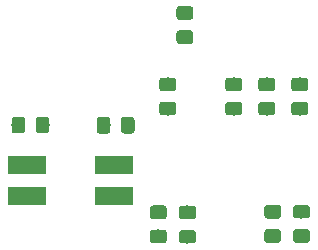
<source format=gbr>
G04 #@! TF.GenerationSoftware,KiCad,Pcbnew,5.1.2-f72e74a~84~ubuntu18.04.1*
G04 #@! TF.CreationDate,2019-07-06T11:59:09+02:00*
G04 #@! TF.ProjectId,loponode,6c6f706f-6e6f-4646-952e-6b696361645f,rev?*
G04 #@! TF.SameCoordinates,Original*
G04 #@! TF.FileFunction,Paste,Bot*
G04 #@! TF.FilePolarity,Positive*
%FSLAX46Y46*%
G04 Gerber Fmt 4.6, Leading zero omitted, Abs format (unit mm)*
G04 Created by KiCad (PCBNEW 5.1.2-f72e74a~84~ubuntu18.04.1) date 2019-07-06 11:59:09*
%MOMM*%
%LPD*%
G04 APERTURE LIST*
%ADD10R,3.300000X1.540000*%
%ADD11C,0.100000*%
%ADD12C,1.150000*%
G04 APERTURE END LIST*
D10*
X130979400Y-139165800D03*
X123579400Y-139165800D03*
X123579400Y-136525800D03*
X130979400Y-136525800D03*
D11*
G36*
X135958105Y-129109604D02*
G01*
X135982373Y-129113204D01*
X136006172Y-129119165D01*
X136029271Y-129127430D01*
X136051450Y-129137920D01*
X136072493Y-129150532D01*
X136092199Y-129165147D01*
X136110377Y-129181623D01*
X136126853Y-129199801D01*
X136141468Y-129219507D01*
X136154080Y-129240550D01*
X136164570Y-129262729D01*
X136172835Y-129285828D01*
X136178796Y-129309627D01*
X136182396Y-129333895D01*
X136183600Y-129358399D01*
X136183600Y-130008401D01*
X136182396Y-130032905D01*
X136178796Y-130057173D01*
X136172835Y-130080972D01*
X136164570Y-130104071D01*
X136154080Y-130126250D01*
X136141468Y-130147293D01*
X136126853Y-130166999D01*
X136110377Y-130185177D01*
X136092199Y-130201653D01*
X136072493Y-130216268D01*
X136051450Y-130228880D01*
X136029271Y-130239370D01*
X136006172Y-130247635D01*
X135982373Y-130253596D01*
X135958105Y-130257196D01*
X135933601Y-130258400D01*
X135033599Y-130258400D01*
X135009095Y-130257196D01*
X134984827Y-130253596D01*
X134961028Y-130247635D01*
X134937929Y-130239370D01*
X134915750Y-130228880D01*
X134894707Y-130216268D01*
X134875001Y-130201653D01*
X134856823Y-130185177D01*
X134840347Y-130166999D01*
X134825732Y-130147293D01*
X134813120Y-130126250D01*
X134802630Y-130104071D01*
X134794365Y-130080972D01*
X134788404Y-130057173D01*
X134784804Y-130032905D01*
X134783600Y-130008401D01*
X134783600Y-129358399D01*
X134784804Y-129333895D01*
X134788404Y-129309627D01*
X134794365Y-129285828D01*
X134802630Y-129262729D01*
X134813120Y-129240550D01*
X134825732Y-129219507D01*
X134840347Y-129199801D01*
X134856823Y-129181623D01*
X134875001Y-129165147D01*
X134894707Y-129150532D01*
X134915750Y-129137920D01*
X134937929Y-129127430D01*
X134961028Y-129119165D01*
X134984827Y-129113204D01*
X135009095Y-129109604D01*
X135033599Y-129108400D01*
X135933601Y-129108400D01*
X135958105Y-129109604D01*
X135958105Y-129109604D01*
G37*
D12*
X135483600Y-129683400D03*
D11*
G36*
X135958105Y-131159604D02*
G01*
X135982373Y-131163204D01*
X136006172Y-131169165D01*
X136029271Y-131177430D01*
X136051450Y-131187920D01*
X136072493Y-131200532D01*
X136092199Y-131215147D01*
X136110377Y-131231623D01*
X136126853Y-131249801D01*
X136141468Y-131269507D01*
X136154080Y-131290550D01*
X136164570Y-131312729D01*
X136172835Y-131335828D01*
X136178796Y-131359627D01*
X136182396Y-131383895D01*
X136183600Y-131408399D01*
X136183600Y-132058401D01*
X136182396Y-132082905D01*
X136178796Y-132107173D01*
X136172835Y-132130972D01*
X136164570Y-132154071D01*
X136154080Y-132176250D01*
X136141468Y-132197293D01*
X136126853Y-132216999D01*
X136110377Y-132235177D01*
X136092199Y-132251653D01*
X136072493Y-132266268D01*
X136051450Y-132278880D01*
X136029271Y-132289370D01*
X136006172Y-132297635D01*
X135982373Y-132303596D01*
X135958105Y-132307196D01*
X135933601Y-132308400D01*
X135033599Y-132308400D01*
X135009095Y-132307196D01*
X134984827Y-132303596D01*
X134961028Y-132297635D01*
X134937929Y-132289370D01*
X134915750Y-132278880D01*
X134894707Y-132266268D01*
X134875001Y-132251653D01*
X134856823Y-132235177D01*
X134840347Y-132216999D01*
X134825732Y-132197293D01*
X134813120Y-132176250D01*
X134802630Y-132154071D01*
X134794365Y-132130972D01*
X134788404Y-132107173D01*
X134784804Y-132082905D01*
X134783600Y-132058401D01*
X134783600Y-131408399D01*
X134784804Y-131383895D01*
X134788404Y-131359627D01*
X134794365Y-131335828D01*
X134802630Y-131312729D01*
X134813120Y-131290550D01*
X134825732Y-131269507D01*
X134840347Y-131249801D01*
X134856823Y-131231623D01*
X134875001Y-131215147D01*
X134894707Y-131200532D01*
X134915750Y-131187920D01*
X134937929Y-131177430D01*
X134961028Y-131169165D01*
X134984827Y-131163204D01*
X135009095Y-131159604D01*
X135033599Y-131158400D01*
X135933601Y-131158400D01*
X135958105Y-131159604D01*
X135958105Y-131159604D01*
G37*
D12*
X135483600Y-131733400D03*
D11*
G36*
X141546105Y-129118604D02*
G01*
X141570373Y-129122204D01*
X141594172Y-129128165D01*
X141617271Y-129136430D01*
X141639450Y-129146920D01*
X141660493Y-129159532D01*
X141680199Y-129174147D01*
X141698377Y-129190623D01*
X141714853Y-129208801D01*
X141729468Y-129228507D01*
X141742080Y-129249550D01*
X141752570Y-129271729D01*
X141760835Y-129294828D01*
X141766796Y-129318627D01*
X141770396Y-129342895D01*
X141771600Y-129367399D01*
X141771600Y-130017401D01*
X141770396Y-130041905D01*
X141766796Y-130066173D01*
X141760835Y-130089972D01*
X141752570Y-130113071D01*
X141742080Y-130135250D01*
X141729468Y-130156293D01*
X141714853Y-130175999D01*
X141698377Y-130194177D01*
X141680199Y-130210653D01*
X141660493Y-130225268D01*
X141639450Y-130237880D01*
X141617271Y-130248370D01*
X141594172Y-130256635D01*
X141570373Y-130262596D01*
X141546105Y-130266196D01*
X141521601Y-130267400D01*
X140621599Y-130267400D01*
X140597095Y-130266196D01*
X140572827Y-130262596D01*
X140549028Y-130256635D01*
X140525929Y-130248370D01*
X140503750Y-130237880D01*
X140482707Y-130225268D01*
X140463001Y-130210653D01*
X140444823Y-130194177D01*
X140428347Y-130175999D01*
X140413732Y-130156293D01*
X140401120Y-130135250D01*
X140390630Y-130113071D01*
X140382365Y-130089972D01*
X140376404Y-130066173D01*
X140372804Y-130041905D01*
X140371600Y-130017401D01*
X140371600Y-129367399D01*
X140372804Y-129342895D01*
X140376404Y-129318627D01*
X140382365Y-129294828D01*
X140390630Y-129271729D01*
X140401120Y-129249550D01*
X140413732Y-129228507D01*
X140428347Y-129208801D01*
X140444823Y-129190623D01*
X140463001Y-129174147D01*
X140482707Y-129159532D01*
X140503750Y-129146920D01*
X140525929Y-129136430D01*
X140549028Y-129128165D01*
X140572827Y-129122204D01*
X140597095Y-129118604D01*
X140621599Y-129117400D01*
X141521601Y-129117400D01*
X141546105Y-129118604D01*
X141546105Y-129118604D01*
G37*
D12*
X141071600Y-129692400D03*
D11*
G36*
X141546105Y-131168604D02*
G01*
X141570373Y-131172204D01*
X141594172Y-131178165D01*
X141617271Y-131186430D01*
X141639450Y-131196920D01*
X141660493Y-131209532D01*
X141680199Y-131224147D01*
X141698377Y-131240623D01*
X141714853Y-131258801D01*
X141729468Y-131278507D01*
X141742080Y-131299550D01*
X141752570Y-131321729D01*
X141760835Y-131344828D01*
X141766796Y-131368627D01*
X141770396Y-131392895D01*
X141771600Y-131417399D01*
X141771600Y-132067401D01*
X141770396Y-132091905D01*
X141766796Y-132116173D01*
X141760835Y-132139972D01*
X141752570Y-132163071D01*
X141742080Y-132185250D01*
X141729468Y-132206293D01*
X141714853Y-132225999D01*
X141698377Y-132244177D01*
X141680199Y-132260653D01*
X141660493Y-132275268D01*
X141639450Y-132287880D01*
X141617271Y-132298370D01*
X141594172Y-132306635D01*
X141570373Y-132312596D01*
X141546105Y-132316196D01*
X141521601Y-132317400D01*
X140621599Y-132317400D01*
X140597095Y-132316196D01*
X140572827Y-132312596D01*
X140549028Y-132306635D01*
X140525929Y-132298370D01*
X140503750Y-132287880D01*
X140482707Y-132275268D01*
X140463001Y-132260653D01*
X140444823Y-132244177D01*
X140428347Y-132225999D01*
X140413732Y-132206293D01*
X140401120Y-132185250D01*
X140390630Y-132163071D01*
X140382365Y-132139972D01*
X140376404Y-132116173D01*
X140372804Y-132091905D01*
X140371600Y-132067401D01*
X140371600Y-131417399D01*
X140372804Y-131392895D01*
X140376404Y-131368627D01*
X140382365Y-131344828D01*
X140390630Y-131321729D01*
X140401120Y-131299550D01*
X140413732Y-131278507D01*
X140428347Y-131258801D01*
X140444823Y-131240623D01*
X140463001Y-131224147D01*
X140482707Y-131209532D01*
X140503750Y-131196920D01*
X140525929Y-131186430D01*
X140549028Y-131178165D01*
X140572827Y-131172204D01*
X140597095Y-131168604D01*
X140621599Y-131167400D01*
X141521601Y-131167400D01*
X141546105Y-131168604D01*
X141546105Y-131168604D01*
G37*
D12*
X141071600Y-131742400D03*
D11*
G36*
X147286505Y-139888204D02*
G01*
X147310773Y-139891804D01*
X147334572Y-139897765D01*
X147357671Y-139906030D01*
X147379850Y-139916520D01*
X147400893Y-139929132D01*
X147420599Y-139943747D01*
X147438777Y-139960223D01*
X147455253Y-139978401D01*
X147469868Y-139998107D01*
X147482480Y-140019150D01*
X147492970Y-140041329D01*
X147501235Y-140064428D01*
X147507196Y-140088227D01*
X147510796Y-140112495D01*
X147512000Y-140136999D01*
X147512000Y-140787001D01*
X147510796Y-140811505D01*
X147507196Y-140835773D01*
X147501235Y-140859572D01*
X147492970Y-140882671D01*
X147482480Y-140904850D01*
X147469868Y-140925893D01*
X147455253Y-140945599D01*
X147438777Y-140963777D01*
X147420599Y-140980253D01*
X147400893Y-140994868D01*
X147379850Y-141007480D01*
X147357671Y-141017970D01*
X147334572Y-141026235D01*
X147310773Y-141032196D01*
X147286505Y-141035796D01*
X147262001Y-141037000D01*
X146361999Y-141037000D01*
X146337495Y-141035796D01*
X146313227Y-141032196D01*
X146289428Y-141026235D01*
X146266329Y-141017970D01*
X146244150Y-141007480D01*
X146223107Y-140994868D01*
X146203401Y-140980253D01*
X146185223Y-140963777D01*
X146168747Y-140945599D01*
X146154132Y-140925893D01*
X146141520Y-140904850D01*
X146131030Y-140882671D01*
X146122765Y-140859572D01*
X146116804Y-140835773D01*
X146113204Y-140811505D01*
X146112000Y-140787001D01*
X146112000Y-140136999D01*
X146113204Y-140112495D01*
X146116804Y-140088227D01*
X146122765Y-140064428D01*
X146131030Y-140041329D01*
X146141520Y-140019150D01*
X146154132Y-139998107D01*
X146168747Y-139978401D01*
X146185223Y-139960223D01*
X146203401Y-139943747D01*
X146223107Y-139929132D01*
X146244150Y-139916520D01*
X146266329Y-139906030D01*
X146289428Y-139897765D01*
X146313227Y-139891804D01*
X146337495Y-139888204D01*
X146361999Y-139887000D01*
X147262001Y-139887000D01*
X147286505Y-139888204D01*
X147286505Y-139888204D01*
G37*
D12*
X146812000Y-140462000D03*
D11*
G36*
X147286505Y-141938204D02*
G01*
X147310773Y-141941804D01*
X147334572Y-141947765D01*
X147357671Y-141956030D01*
X147379850Y-141966520D01*
X147400893Y-141979132D01*
X147420599Y-141993747D01*
X147438777Y-142010223D01*
X147455253Y-142028401D01*
X147469868Y-142048107D01*
X147482480Y-142069150D01*
X147492970Y-142091329D01*
X147501235Y-142114428D01*
X147507196Y-142138227D01*
X147510796Y-142162495D01*
X147512000Y-142186999D01*
X147512000Y-142837001D01*
X147510796Y-142861505D01*
X147507196Y-142885773D01*
X147501235Y-142909572D01*
X147492970Y-142932671D01*
X147482480Y-142954850D01*
X147469868Y-142975893D01*
X147455253Y-142995599D01*
X147438777Y-143013777D01*
X147420599Y-143030253D01*
X147400893Y-143044868D01*
X147379850Y-143057480D01*
X147357671Y-143067970D01*
X147334572Y-143076235D01*
X147310773Y-143082196D01*
X147286505Y-143085796D01*
X147262001Y-143087000D01*
X146361999Y-143087000D01*
X146337495Y-143085796D01*
X146313227Y-143082196D01*
X146289428Y-143076235D01*
X146266329Y-143067970D01*
X146244150Y-143057480D01*
X146223107Y-143044868D01*
X146203401Y-143030253D01*
X146185223Y-143013777D01*
X146168747Y-142995599D01*
X146154132Y-142975893D01*
X146141520Y-142954850D01*
X146131030Y-142932671D01*
X146122765Y-142909572D01*
X146116804Y-142885773D01*
X146113204Y-142861505D01*
X146112000Y-142837001D01*
X146112000Y-142186999D01*
X146113204Y-142162495D01*
X146116804Y-142138227D01*
X146122765Y-142114428D01*
X146131030Y-142091329D01*
X146141520Y-142069150D01*
X146154132Y-142048107D01*
X146168747Y-142028401D01*
X146185223Y-142010223D01*
X146203401Y-141993747D01*
X146223107Y-141979132D01*
X146244150Y-141966520D01*
X146266329Y-141956030D01*
X146289428Y-141947765D01*
X146313227Y-141941804D01*
X146337495Y-141938204D01*
X146361999Y-141937000D01*
X147262001Y-141937000D01*
X147286505Y-141938204D01*
X147286505Y-141938204D01*
G37*
D12*
X146812000Y-142512000D03*
D11*
G36*
X147134105Y-129118604D02*
G01*
X147158373Y-129122204D01*
X147182172Y-129128165D01*
X147205271Y-129136430D01*
X147227450Y-129146920D01*
X147248493Y-129159532D01*
X147268199Y-129174147D01*
X147286377Y-129190623D01*
X147302853Y-129208801D01*
X147317468Y-129228507D01*
X147330080Y-129249550D01*
X147340570Y-129271729D01*
X147348835Y-129294828D01*
X147354796Y-129318627D01*
X147358396Y-129342895D01*
X147359600Y-129367399D01*
X147359600Y-130017401D01*
X147358396Y-130041905D01*
X147354796Y-130066173D01*
X147348835Y-130089972D01*
X147340570Y-130113071D01*
X147330080Y-130135250D01*
X147317468Y-130156293D01*
X147302853Y-130175999D01*
X147286377Y-130194177D01*
X147268199Y-130210653D01*
X147248493Y-130225268D01*
X147227450Y-130237880D01*
X147205271Y-130248370D01*
X147182172Y-130256635D01*
X147158373Y-130262596D01*
X147134105Y-130266196D01*
X147109601Y-130267400D01*
X146209599Y-130267400D01*
X146185095Y-130266196D01*
X146160827Y-130262596D01*
X146137028Y-130256635D01*
X146113929Y-130248370D01*
X146091750Y-130237880D01*
X146070707Y-130225268D01*
X146051001Y-130210653D01*
X146032823Y-130194177D01*
X146016347Y-130175999D01*
X146001732Y-130156293D01*
X145989120Y-130135250D01*
X145978630Y-130113071D01*
X145970365Y-130089972D01*
X145964404Y-130066173D01*
X145960804Y-130041905D01*
X145959600Y-130017401D01*
X145959600Y-129367399D01*
X145960804Y-129342895D01*
X145964404Y-129318627D01*
X145970365Y-129294828D01*
X145978630Y-129271729D01*
X145989120Y-129249550D01*
X146001732Y-129228507D01*
X146016347Y-129208801D01*
X146032823Y-129190623D01*
X146051001Y-129174147D01*
X146070707Y-129159532D01*
X146091750Y-129146920D01*
X146113929Y-129136430D01*
X146137028Y-129128165D01*
X146160827Y-129122204D01*
X146185095Y-129118604D01*
X146209599Y-129117400D01*
X147109601Y-129117400D01*
X147134105Y-129118604D01*
X147134105Y-129118604D01*
G37*
D12*
X146659600Y-129692400D03*
D11*
G36*
X147134105Y-131168604D02*
G01*
X147158373Y-131172204D01*
X147182172Y-131178165D01*
X147205271Y-131186430D01*
X147227450Y-131196920D01*
X147248493Y-131209532D01*
X147268199Y-131224147D01*
X147286377Y-131240623D01*
X147302853Y-131258801D01*
X147317468Y-131278507D01*
X147330080Y-131299550D01*
X147340570Y-131321729D01*
X147348835Y-131344828D01*
X147354796Y-131368627D01*
X147358396Y-131392895D01*
X147359600Y-131417399D01*
X147359600Y-132067401D01*
X147358396Y-132091905D01*
X147354796Y-132116173D01*
X147348835Y-132139972D01*
X147340570Y-132163071D01*
X147330080Y-132185250D01*
X147317468Y-132206293D01*
X147302853Y-132225999D01*
X147286377Y-132244177D01*
X147268199Y-132260653D01*
X147248493Y-132275268D01*
X147227450Y-132287880D01*
X147205271Y-132298370D01*
X147182172Y-132306635D01*
X147158373Y-132312596D01*
X147134105Y-132316196D01*
X147109601Y-132317400D01*
X146209599Y-132317400D01*
X146185095Y-132316196D01*
X146160827Y-132312596D01*
X146137028Y-132306635D01*
X146113929Y-132298370D01*
X146091750Y-132287880D01*
X146070707Y-132275268D01*
X146051001Y-132260653D01*
X146032823Y-132244177D01*
X146016347Y-132225999D01*
X146001732Y-132206293D01*
X145989120Y-132185250D01*
X145978630Y-132163071D01*
X145970365Y-132139972D01*
X145964404Y-132116173D01*
X145960804Y-132091905D01*
X145959600Y-132067401D01*
X145959600Y-131417399D01*
X145960804Y-131392895D01*
X145964404Y-131368627D01*
X145970365Y-131344828D01*
X145978630Y-131321729D01*
X145989120Y-131299550D01*
X146001732Y-131278507D01*
X146016347Y-131258801D01*
X146032823Y-131240623D01*
X146051001Y-131224147D01*
X146070707Y-131209532D01*
X146091750Y-131196920D01*
X146113929Y-131186430D01*
X146137028Y-131178165D01*
X146160827Y-131172204D01*
X146185095Y-131168604D01*
X146209599Y-131167400D01*
X147109601Y-131167400D01*
X147134105Y-131168604D01*
X147134105Y-131168604D01*
G37*
D12*
X146659600Y-131742400D03*
D11*
G36*
X144848105Y-141945604D02*
G01*
X144872373Y-141949204D01*
X144896172Y-141955165D01*
X144919271Y-141963430D01*
X144941450Y-141973920D01*
X144962493Y-141986532D01*
X144982199Y-142001147D01*
X145000377Y-142017623D01*
X145016853Y-142035801D01*
X145031468Y-142055507D01*
X145044080Y-142076550D01*
X145054570Y-142098729D01*
X145062835Y-142121828D01*
X145068796Y-142145627D01*
X145072396Y-142169895D01*
X145073600Y-142194399D01*
X145073600Y-142844401D01*
X145072396Y-142868905D01*
X145068796Y-142893173D01*
X145062835Y-142916972D01*
X145054570Y-142940071D01*
X145044080Y-142962250D01*
X145031468Y-142983293D01*
X145016853Y-143002999D01*
X145000377Y-143021177D01*
X144982199Y-143037653D01*
X144962493Y-143052268D01*
X144941450Y-143064880D01*
X144919271Y-143075370D01*
X144896172Y-143083635D01*
X144872373Y-143089596D01*
X144848105Y-143093196D01*
X144823601Y-143094400D01*
X143923599Y-143094400D01*
X143899095Y-143093196D01*
X143874827Y-143089596D01*
X143851028Y-143083635D01*
X143827929Y-143075370D01*
X143805750Y-143064880D01*
X143784707Y-143052268D01*
X143765001Y-143037653D01*
X143746823Y-143021177D01*
X143730347Y-143002999D01*
X143715732Y-142983293D01*
X143703120Y-142962250D01*
X143692630Y-142940071D01*
X143684365Y-142916972D01*
X143678404Y-142893173D01*
X143674804Y-142868905D01*
X143673600Y-142844401D01*
X143673600Y-142194399D01*
X143674804Y-142169895D01*
X143678404Y-142145627D01*
X143684365Y-142121828D01*
X143692630Y-142098729D01*
X143703120Y-142076550D01*
X143715732Y-142055507D01*
X143730347Y-142035801D01*
X143746823Y-142017623D01*
X143765001Y-142001147D01*
X143784707Y-141986532D01*
X143805750Y-141973920D01*
X143827929Y-141963430D01*
X143851028Y-141955165D01*
X143874827Y-141949204D01*
X143899095Y-141945604D01*
X143923599Y-141944400D01*
X144823601Y-141944400D01*
X144848105Y-141945604D01*
X144848105Y-141945604D01*
G37*
D12*
X144373600Y-142519400D03*
D11*
G36*
X144848105Y-139895604D02*
G01*
X144872373Y-139899204D01*
X144896172Y-139905165D01*
X144919271Y-139913430D01*
X144941450Y-139923920D01*
X144962493Y-139936532D01*
X144982199Y-139951147D01*
X145000377Y-139967623D01*
X145016853Y-139985801D01*
X145031468Y-140005507D01*
X145044080Y-140026550D01*
X145054570Y-140048729D01*
X145062835Y-140071828D01*
X145068796Y-140095627D01*
X145072396Y-140119895D01*
X145073600Y-140144399D01*
X145073600Y-140794401D01*
X145072396Y-140818905D01*
X145068796Y-140843173D01*
X145062835Y-140866972D01*
X145054570Y-140890071D01*
X145044080Y-140912250D01*
X145031468Y-140933293D01*
X145016853Y-140952999D01*
X145000377Y-140971177D01*
X144982199Y-140987653D01*
X144962493Y-141002268D01*
X144941450Y-141014880D01*
X144919271Y-141025370D01*
X144896172Y-141033635D01*
X144872373Y-141039596D01*
X144848105Y-141043196D01*
X144823601Y-141044400D01*
X143923599Y-141044400D01*
X143899095Y-141043196D01*
X143874827Y-141039596D01*
X143851028Y-141033635D01*
X143827929Y-141025370D01*
X143805750Y-141014880D01*
X143784707Y-141002268D01*
X143765001Y-140987653D01*
X143746823Y-140971177D01*
X143730347Y-140952999D01*
X143715732Y-140933293D01*
X143703120Y-140912250D01*
X143692630Y-140890071D01*
X143684365Y-140866972D01*
X143678404Y-140843173D01*
X143674804Y-140818905D01*
X143673600Y-140794401D01*
X143673600Y-140144399D01*
X143674804Y-140119895D01*
X143678404Y-140095627D01*
X143684365Y-140071828D01*
X143692630Y-140048729D01*
X143703120Y-140026550D01*
X143715732Y-140005507D01*
X143730347Y-139985801D01*
X143746823Y-139967623D01*
X143765001Y-139951147D01*
X143784707Y-139936532D01*
X143805750Y-139923920D01*
X143827929Y-139913430D01*
X143851028Y-139905165D01*
X143874827Y-139899204D01*
X143899095Y-139895604D01*
X143923599Y-139894400D01*
X144823601Y-139894400D01*
X144848105Y-139895604D01*
X144848105Y-139895604D01*
G37*
D12*
X144373600Y-140469400D03*
D11*
G36*
X144340105Y-131168604D02*
G01*
X144364373Y-131172204D01*
X144388172Y-131178165D01*
X144411271Y-131186430D01*
X144433450Y-131196920D01*
X144454493Y-131209532D01*
X144474199Y-131224147D01*
X144492377Y-131240623D01*
X144508853Y-131258801D01*
X144523468Y-131278507D01*
X144536080Y-131299550D01*
X144546570Y-131321729D01*
X144554835Y-131344828D01*
X144560796Y-131368627D01*
X144564396Y-131392895D01*
X144565600Y-131417399D01*
X144565600Y-132067401D01*
X144564396Y-132091905D01*
X144560796Y-132116173D01*
X144554835Y-132139972D01*
X144546570Y-132163071D01*
X144536080Y-132185250D01*
X144523468Y-132206293D01*
X144508853Y-132225999D01*
X144492377Y-132244177D01*
X144474199Y-132260653D01*
X144454493Y-132275268D01*
X144433450Y-132287880D01*
X144411271Y-132298370D01*
X144388172Y-132306635D01*
X144364373Y-132312596D01*
X144340105Y-132316196D01*
X144315601Y-132317400D01*
X143415599Y-132317400D01*
X143391095Y-132316196D01*
X143366827Y-132312596D01*
X143343028Y-132306635D01*
X143319929Y-132298370D01*
X143297750Y-132287880D01*
X143276707Y-132275268D01*
X143257001Y-132260653D01*
X143238823Y-132244177D01*
X143222347Y-132225999D01*
X143207732Y-132206293D01*
X143195120Y-132185250D01*
X143184630Y-132163071D01*
X143176365Y-132139972D01*
X143170404Y-132116173D01*
X143166804Y-132091905D01*
X143165600Y-132067401D01*
X143165600Y-131417399D01*
X143166804Y-131392895D01*
X143170404Y-131368627D01*
X143176365Y-131344828D01*
X143184630Y-131321729D01*
X143195120Y-131299550D01*
X143207732Y-131278507D01*
X143222347Y-131258801D01*
X143238823Y-131240623D01*
X143257001Y-131224147D01*
X143276707Y-131209532D01*
X143297750Y-131196920D01*
X143319929Y-131186430D01*
X143343028Y-131178165D01*
X143366827Y-131172204D01*
X143391095Y-131168604D01*
X143415599Y-131167400D01*
X144315601Y-131167400D01*
X144340105Y-131168604D01*
X144340105Y-131168604D01*
G37*
D12*
X143865600Y-131742400D03*
D11*
G36*
X144340105Y-129118604D02*
G01*
X144364373Y-129122204D01*
X144388172Y-129128165D01*
X144411271Y-129136430D01*
X144433450Y-129146920D01*
X144454493Y-129159532D01*
X144474199Y-129174147D01*
X144492377Y-129190623D01*
X144508853Y-129208801D01*
X144523468Y-129228507D01*
X144536080Y-129249550D01*
X144546570Y-129271729D01*
X144554835Y-129294828D01*
X144560796Y-129318627D01*
X144564396Y-129342895D01*
X144565600Y-129367399D01*
X144565600Y-130017401D01*
X144564396Y-130041905D01*
X144560796Y-130066173D01*
X144554835Y-130089972D01*
X144546570Y-130113071D01*
X144536080Y-130135250D01*
X144523468Y-130156293D01*
X144508853Y-130175999D01*
X144492377Y-130194177D01*
X144474199Y-130210653D01*
X144454493Y-130225268D01*
X144433450Y-130237880D01*
X144411271Y-130248370D01*
X144388172Y-130256635D01*
X144364373Y-130262596D01*
X144340105Y-130266196D01*
X144315601Y-130267400D01*
X143415599Y-130267400D01*
X143391095Y-130266196D01*
X143366827Y-130262596D01*
X143343028Y-130256635D01*
X143319929Y-130248370D01*
X143297750Y-130237880D01*
X143276707Y-130225268D01*
X143257001Y-130210653D01*
X143238823Y-130194177D01*
X143222347Y-130175999D01*
X143207732Y-130156293D01*
X143195120Y-130135250D01*
X143184630Y-130113071D01*
X143176365Y-130089972D01*
X143170404Y-130066173D01*
X143166804Y-130041905D01*
X143165600Y-130017401D01*
X143165600Y-129367399D01*
X143166804Y-129342895D01*
X143170404Y-129318627D01*
X143176365Y-129294828D01*
X143184630Y-129271729D01*
X143195120Y-129249550D01*
X143207732Y-129228507D01*
X143222347Y-129208801D01*
X143238823Y-129190623D01*
X143257001Y-129174147D01*
X143276707Y-129159532D01*
X143297750Y-129146920D01*
X143319929Y-129136430D01*
X143343028Y-129128165D01*
X143366827Y-129122204D01*
X143391095Y-129118604D01*
X143415599Y-129117400D01*
X144315601Y-129117400D01*
X144340105Y-129118604D01*
X144340105Y-129118604D01*
G37*
D12*
X143865600Y-129692400D03*
D11*
G36*
X130404905Y-132448004D02*
G01*
X130429173Y-132451604D01*
X130452972Y-132457565D01*
X130476071Y-132465830D01*
X130498250Y-132476320D01*
X130519293Y-132488932D01*
X130538999Y-132503547D01*
X130557177Y-132520023D01*
X130573653Y-132538201D01*
X130588268Y-132557907D01*
X130600880Y-132578950D01*
X130611370Y-132601129D01*
X130619635Y-132624228D01*
X130625596Y-132648027D01*
X130629196Y-132672295D01*
X130630400Y-132696799D01*
X130630400Y-133596801D01*
X130629196Y-133621305D01*
X130625596Y-133645573D01*
X130619635Y-133669372D01*
X130611370Y-133692471D01*
X130600880Y-133714650D01*
X130588268Y-133735693D01*
X130573653Y-133755399D01*
X130557177Y-133773577D01*
X130538999Y-133790053D01*
X130519293Y-133804668D01*
X130498250Y-133817280D01*
X130476071Y-133827770D01*
X130452972Y-133836035D01*
X130429173Y-133841996D01*
X130404905Y-133845596D01*
X130380401Y-133846800D01*
X129730399Y-133846800D01*
X129705895Y-133845596D01*
X129681627Y-133841996D01*
X129657828Y-133836035D01*
X129634729Y-133827770D01*
X129612550Y-133817280D01*
X129591507Y-133804668D01*
X129571801Y-133790053D01*
X129553623Y-133773577D01*
X129537147Y-133755399D01*
X129522532Y-133735693D01*
X129509920Y-133714650D01*
X129499430Y-133692471D01*
X129491165Y-133669372D01*
X129485204Y-133645573D01*
X129481604Y-133621305D01*
X129480400Y-133596801D01*
X129480400Y-132696799D01*
X129481604Y-132672295D01*
X129485204Y-132648027D01*
X129491165Y-132624228D01*
X129499430Y-132601129D01*
X129509920Y-132578950D01*
X129522532Y-132557907D01*
X129537147Y-132538201D01*
X129553623Y-132520023D01*
X129571801Y-132503547D01*
X129591507Y-132488932D01*
X129612550Y-132476320D01*
X129634729Y-132465830D01*
X129657828Y-132457565D01*
X129681627Y-132451604D01*
X129705895Y-132448004D01*
X129730399Y-132446800D01*
X130380401Y-132446800D01*
X130404905Y-132448004D01*
X130404905Y-132448004D01*
G37*
D12*
X130055400Y-133146800D03*
D11*
G36*
X132454905Y-132448004D02*
G01*
X132479173Y-132451604D01*
X132502972Y-132457565D01*
X132526071Y-132465830D01*
X132548250Y-132476320D01*
X132569293Y-132488932D01*
X132588999Y-132503547D01*
X132607177Y-132520023D01*
X132623653Y-132538201D01*
X132638268Y-132557907D01*
X132650880Y-132578950D01*
X132661370Y-132601129D01*
X132669635Y-132624228D01*
X132675596Y-132648027D01*
X132679196Y-132672295D01*
X132680400Y-132696799D01*
X132680400Y-133596801D01*
X132679196Y-133621305D01*
X132675596Y-133645573D01*
X132669635Y-133669372D01*
X132661370Y-133692471D01*
X132650880Y-133714650D01*
X132638268Y-133735693D01*
X132623653Y-133755399D01*
X132607177Y-133773577D01*
X132588999Y-133790053D01*
X132569293Y-133804668D01*
X132548250Y-133817280D01*
X132526071Y-133827770D01*
X132502972Y-133836035D01*
X132479173Y-133841996D01*
X132454905Y-133845596D01*
X132430401Y-133846800D01*
X131780399Y-133846800D01*
X131755895Y-133845596D01*
X131731627Y-133841996D01*
X131707828Y-133836035D01*
X131684729Y-133827770D01*
X131662550Y-133817280D01*
X131641507Y-133804668D01*
X131621801Y-133790053D01*
X131603623Y-133773577D01*
X131587147Y-133755399D01*
X131572532Y-133735693D01*
X131559920Y-133714650D01*
X131549430Y-133692471D01*
X131541165Y-133669372D01*
X131535204Y-133645573D01*
X131531604Y-133621305D01*
X131530400Y-133596801D01*
X131530400Y-132696799D01*
X131531604Y-132672295D01*
X131535204Y-132648027D01*
X131541165Y-132624228D01*
X131549430Y-132601129D01*
X131559920Y-132578950D01*
X131572532Y-132557907D01*
X131587147Y-132538201D01*
X131603623Y-132520023D01*
X131621801Y-132503547D01*
X131641507Y-132488932D01*
X131662550Y-132476320D01*
X131684729Y-132465830D01*
X131707828Y-132457565D01*
X131731627Y-132451604D01*
X131755895Y-132448004D01*
X131780399Y-132446800D01*
X132430401Y-132446800D01*
X132454905Y-132448004D01*
X132454905Y-132448004D01*
G37*
D12*
X132105400Y-133146800D03*
D11*
G36*
X125241305Y-132422604D02*
G01*
X125265573Y-132426204D01*
X125289372Y-132432165D01*
X125312471Y-132440430D01*
X125334650Y-132450920D01*
X125355693Y-132463532D01*
X125375399Y-132478147D01*
X125393577Y-132494623D01*
X125410053Y-132512801D01*
X125424668Y-132532507D01*
X125437280Y-132553550D01*
X125447770Y-132575729D01*
X125456035Y-132598828D01*
X125461996Y-132622627D01*
X125465596Y-132646895D01*
X125466800Y-132671399D01*
X125466800Y-133571401D01*
X125465596Y-133595905D01*
X125461996Y-133620173D01*
X125456035Y-133643972D01*
X125447770Y-133667071D01*
X125437280Y-133689250D01*
X125424668Y-133710293D01*
X125410053Y-133729999D01*
X125393577Y-133748177D01*
X125375399Y-133764653D01*
X125355693Y-133779268D01*
X125334650Y-133791880D01*
X125312471Y-133802370D01*
X125289372Y-133810635D01*
X125265573Y-133816596D01*
X125241305Y-133820196D01*
X125216801Y-133821400D01*
X124566799Y-133821400D01*
X124542295Y-133820196D01*
X124518027Y-133816596D01*
X124494228Y-133810635D01*
X124471129Y-133802370D01*
X124448950Y-133791880D01*
X124427907Y-133779268D01*
X124408201Y-133764653D01*
X124390023Y-133748177D01*
X124373547Y-133729999D01*
X124358932Y-133710293D01*
X124346320Y-133689250D01*
X124335830Y-133667071D01*
X124327565Y-133643972D01*
X124321604Y-133620173D01*
X124318004Y-133595905D01*
X124316800Y-133571401D01*
X124316800Y-132671399D01*
X124318004Y-132646895D01*
X124321604Y-132622627D01*
X124327565Y-132598828D01*
X124335830Y-132575729D01*
X124346320Y-132553550D01*
X124358932Y-132532507D01*
X124373547Y-132512801D01*
X124390023Y-132494623D01*
X124408201Y-132478147D01*
X124427907Y-132463532D01*
X124448950Y-132450920D01*
X124471129Y-132440430D01*
X124494228Y-132432165D01*
X124518027Y-132426204D01*
X124542295Y-132422604D01*
X124566799Y-132421400D01*
X125216801Y-132421400D01*
X125241305Y-132422604D01*
X125241305Y-132422604D01*
G37*
D12*
X124891800Y-133121400D03*
D11*
G36*
X123191305Y-132422604D02*
G01*
X123215573Y-132426204D01*
X123239372Y-132432165D01*
X123262471Y-132440430D01*
X123284650Y-132450920D01*
X123305693Y-132463532D01*
X123325399Y-132478147D01*
X123343577Y-132494623D01*
X123360053Y-132512801D01*
X123374668Y-132532507D01*
X123387280Y-132553550D01*
X123397770Y-132575729D01*
X123406035Y-132598828D01*
X123411996Y-132622627D01*
X123415596Y-132646895D01*
X123416800Y-132671399D01*
X123416800Y-133571401D01*
X123415596Y-133595905D01*
X123411996Y-133620173D01*
X123406035Y-133643972D01*
X123397770Y-133667071D01*
X123387280Y-133689250D01*
X123374668Y-133710293D01*
X123360053Y-133729999D01*
X123343577Y-133748177D01*
X123325399Y-133764653D01*
X123305693Y-133779268D01*
X123284650Y-133791880D01*
X123262471Y-133802370D01*
X123239372Y-133810635D01*
X123215573Y-133816596D01*
X123191305Y-133820196D01*
X123166801Y-133821400D01*
X122516799Y-133821400D01*
X122492295Y-133820196D01*
X122468027Y-133816596D01*
X122444228Y-133810635D01*
X122421129Y-133802370D01*
X122398950Y-133791880D01*
X122377907Y-133779268D01*
X122358201Y-133764653D01*
X122340023Y-133748177D01*
X122323547Y-133729999D01*
X122308932Y-133710293D01*
X122296320Y-133689250D01*
X122285830Y-133667071D01*
X122277565Y-133643972D01*
X122271604Y-133620173D01*
X122268004Y-133595905D01*
X122266800Y-133571401D01*
X122266800Y-132671399D01*
X122268004Y-132646895D01*
X122271604Y-132622627D01*
X122277565Y-132598828D01*
X122285830Y-132575729D01*
X122296320Y-132553550D01*
X122308932Y-132532507D01*
X122323547Y-132512801D01*
X122340023Y-132494623D01*
X122358201Y-132478147D01*
X122377907Y-132463532D01*
X122398950Y-132450920D01*
X122421129Y-132440430D01*
X122444228Y-132432165D01*
X122468027Y-132426204D01*
X122492295Y-132422604D01*
X122516799Y-132421400D01*
X123166801Y-132421400D01*
X123191305Y-132422604D01*
X123191305Y-132422604D01*
G37*
D12*
X122841800Y-133121400D03*
D11*
G36*
X137405905Y-123064404D02*
G01*
X137430173Y-123068004D01*
X137453972Y-123073965D01*
X137477071Y-123082230D01*
X137499250Y-123092720D01*
X137520293Y-123105332D01*
X137539999Y-123119947D01*
X137558177Y-123136423D01*
X137574653Y-123154601D01*
X137589268Y-123174307D01*
X137601880Y-123195350D01*
X137612370Y-123217529D01*
X137620635Y-123240628D01*
X137626596Y-123264427D01*
X137630196Y-123288695D01*
X137631400Y-123313199D01*
X137631400Y-123963201D01*
X137630196Y-123987705D01*
X137626596Y-124011973D01*
X137620635Y-124035772D01*
X137612370Y-124058871D01*
X137601880Y-124081050D01*
X137589268Y-124102093D01*
X137574653Y-124121799D01*
X137558177Y-124139977D01*
X137539999Y-124156453D01*
X137520293Y-124171068D01*
X137499250Y-124183680D01*
X137477071Y-124194170D01*
X137453972Y-124202435D01*
X137430173Y-124208396D01*
X137405905Y-124211996D01*
X137381401Y-124213200D01*
X136481399Y-124213200D01*
X136456895Y-124211996D01*
X136432627Y-124208396D01*
X136408828Y-124202435D01*
X136385729Y-124194170D01*
X136363550Y-124183680D01*
X136342507Y-124171068D01*
X136322801Y-124156453D01*
X136304623Y-124139977D01*
X136288147Y-124121799D01*
X136273532Y-124102093D01*
X136260920Y-124081050D01*
X136250430Y-124058871D01*
X136242165Y-124035772D01*
X136236204Y-124011973D01*
X136232604Y-123987705D01*
X136231400Y-123963201D01*
X136231400Y-123313199D01*
X136232604Y-123288695D01*
X136236204Y-123264427D01*
X136242165Y-123240628D01*
X136250430Y-123217529D01*
X136260920Y-123195350D01*
X136273532Y-123174307D01*
X136288147Y-123154601D01*
X136304623Y-123136423D01*
X136322801Y-123119947D01*
X136342507Y-123105332D01*
X136363550Y-123092720D01*
X136385729Y-123082230D01*
X136408828Y-123073965D01*
X136432627Y-123068004D01*
X136456895Y-123064404D01*
X136481399Y-123063200D01*
X137381401Y-123063200D01*
X137405905Y-123064404D01*
X137405905Y-123064404D01*
G37*
D12*
X136931400Y-123638200D03*
D11*
G36*
X137405905Y-125114404D02*
G01*
X137430173Y-125118004D01*
X137453972Y-125123965D01*
X137477071Y-125132230D01*
X137499250Y-125142720D01*
X137520293Y-125155332D01*
X137539999Y-125169947D01*
X137558177Y-125186423D01*
X137574653Y-125204601D01*
X137589268Y-125224307D01*
X137601880Y-125245350D01*
X137612370Y-125267529D01*
X137620635Y-125290628D01*
X137626596Y-125314427D01*
X137630196Y-125338695D01*
X137631400Y-125363199D01*
X137631400Y-126013201D01*
X137630196Y-126037705D01*
X137626596Y-126061973D01*
X137620635Y-126085772D01*
X137612370Y-126108871D01*
X137601880Y-126131050D01*
X137589268Y-126152093D01*
X137574653Y-126171799D01*
X137558177Y-126189977D01*
X137539999Y-126206453D01*
X137520293Y-126221068D01*
X137499250Y-126233680D01*
X137477071Y-126244170D01*
X137453972Y-126252435D01*
X137430173Y-126258396D01*
X137405905Y-126261996D01*
X137381401Y-126263200D01*
X136481399Y-126263200D01*
X136456895Y-126261996D01*
X136432627Y-126258396D01*
X136408828Y-126252435D01*
X136385729Y-126244170D01*
X136363550Y-126233680D01*
X136342507Y-126221068D01*
X136322801Y-126206453D01*
X136304623Y-126189977D01*
X136288147Y-126171799D01*
X136273532Y-126152093D01*
X136260920Y-126131050D01*
X136250430Y-126108871D01*
X136242165Y-126085772D01*
X136236204Y-126061973D01*
X136232604Y-126037705D01*
X136231400Y-126013201D01*
X136231400Y-125363199D01*
X136232604Y-125338695D01*
X136236204Y-125314427D01*
X136242165Y-125290628D01*
X136250430Y-125267529D01*
X136260920Y-125245350D01*
X136273532Y-125224307D01*
X136288147Y-125204601D01*
X136304623Y-125186423D01*
X136322801Y-125169947D01*
X136342507Y-125155332D01*
X136363550Y-125142720D01*
X136385729Y-125132230D01*
X136408828Y-125123965D01*
X136432627Y-125118004D01*
X136456895Y-125114404D01*
X136481399Y-125113200D01*
X137381401Y-125113200D01*
X137405905Y-125114404D01*
X137405905Y-125114404D01*
G37*
D12*
X136931400Y-125688200D03*
D11*
G36*
X135170705Y-141989004D02*
G01*
X135194973Y-141992604D01*
X135218772Y-141998565D01*
X135241871Y-142006830D01*
X135264050Y-142017320D01*
X135285093Y-142029932D01*
X135304799Y-142044547D01*
X135322977Y-142061023D01*
X135339453Y-142079201D01*
X135354068Y-142098907D01*
X135366680Y-142119950D01*
X135377170Y-142142129D01*
X135385435Y-142165228D01*
X135391396Y-142189027D01*
X135394996Y-142213295D01*
X135396200Y-142237799D01*
X135396200Y-142887801D01*
X135394996Y-142912305D01*
X135391396Y-142936573D01*
X135385435Y-142960372D01*
X135377170Y-142983471D01*
X135366680Y-143005650D01*
X135354068Y-143026693D01*
X135339453Y-143046399D01*
X135322977Y-143064577D01*
X135304799Y-143081053D01*
X135285093Y-143095668D01*
X135264050Y-143108280D01*
X135241871Y-143118770D01*
X135218772Y-143127035D01*
X135194973Y-143132996D01*
X135170705Y-143136596D01*
X135146201Y-143137800D01*
X134246199Y-143137800D01*
X134221695Y-143136596D01*
X134197427Y-143132996D01*
X134173628Y-143127035D01*
X134150529Y-143118770D01*
X134128350Y-143108280D01*
X134107307Y-143095668D01*
X134087601Y-143081053D01*
X134069423Y-143064577D01*
X134052947Y-143046399D01*
X134038332Y-143026693D01*
X134025720Y-143005650D01*
X134015230Y-142983471D01*
X134006965Y-142960372D01*
X134001004Y-142936573D01*
X133997404Y-142912305D01*
X133996200Y-142887801D01*
X133996200Y-142237799D01*
X133997404Y-142213295D01*
X134001004Y-142189027D01*
X134006965Y-142165228D01*
X134015230Y-142142129D01*
X134025720Y-142119950D01*
X134038332Y-142098907D01*
X134052947Y-142079201D01*
X134069423Y-142061023D01*
X134087601Y-142044547D01*
X134107307Y-142029932D01*
X134128350Y-142017320D01*
X134150529Y-142006830D01*
X134173628Y-141998565D01*
X134197427Y-141992604D01*
X134221695Y-141989004D01*
X134246199Y-141987800D01*
X135146201Y-141987800D01*
X135170705Y-141989004D01*
X135170705Y-141989004D01*
G37*
D12*
X134696200Y-142562800D03*
D11*
G36*
X135170705Y-139939004D02*
G01*
X135194973Y-139942604D01*
X135218772Y-139948565D01*
X135241871Y-139956830D01*
X135264050Y-139967320D01*
X135285093Y-139979932D01*
X135304799Y-139994547D01*
X135322977Y-140011023D01*
X135339453Y-140029201D01*
X135354068Y-140048907D01*
X135366680Y-140069950D01*
X135377170Y-140092129D01*
X135385435Y-140115228D01*
X135391396Y-140139027D01*
X135394996Y-140163295D01*
X135396200Y-140187799D01*
X135396200Y-140837801D01*
X135394996Y-140862305D01*
X135391396Y-140886573D01*
X135385435Y-140910372D01*
X135377170Y-140933471D01*
X135366680Y-140955650D01*
X135354068Y-140976693D01*
X135339453Y-140996399D01*
X135322977Y-141014577D01*
X135304799Y-141031053D01*
X135285093Y-141045668D01*
X135264050Y-141058280D01*
X135241871Y-141068770D01*
X135218772Y-141077035D01*
X135194973Y-141082996D01*
X135170705Y-141086596D01*
X135146201Y-141087800D01*
X134246199Y-141087800D01*
X134221695Y-141086596D01*
X134197427Y-141082996D01*
X134173628Y-141077035D01*
X134150529Y-141068770D01*
X134128350Y-141058280D01*
X134107307Y-141045668D01*
X134087601Y-141031053D01*
X134069423Y-141014577D01*
X134052947Y-140996399D01*
X134038332Y-140976693D01*
X134025720Y-140955650D01*
X134015230Y-140933471D01*
X134006965Y-140910372D01*
X134001004Y-140886573D01*
X133997404Y-140862305D01*
X133996200Y-140837801D01*
X133996200Y-140187799D01*
X133997404Y-140163295D01*
X134001004Y-140139027D01*
X134006965Y-140115228D01*
X134015230Y-140092129D01*
X134025720Y-140069950D01*
X134038332Y-140048907D01*
X134052947Y-140029201D01*
X134069423Y-140011023D01*
X134087601Y-139994547D01*
X134107307Y-139979932D01*
X134128350Y-139967320D01*
X134150529Y-139956830D01*
X134173628Y-139948565D01*
X134197427Y-139942604D01*
X134221695Y-139939004D01*
X134246199Y-139937800D01*
X135146201Y-139937800D01*
X135170705Y-139939004D01*
X135170705Y-139939004D01*
G37*
D12*
X134696200Y-140512800D03*
D11*
G36*
X137634505Y-139955404D02*
G01*
X137658773Y-139959004D01*
X137682572Y-139964965D01*
X137705671Y-139973230D01*
X137727850Y-139983720D01*
X137748893Y-139996332D01*
X137768599Y-140010947D01*
X137786777Y-140027423D01*
X137803253Y-140045601D01*
X137817868Y-140065307D01*
X137830480Y-140086350D01*
X137840970Y-140108529D01*
X137849235Y-140131628D01*
X137855196Y-140155427D01*
X137858796Y-140179695D01*
X137860000Y-140204199D01*
X137860000Y-140854201D01*
X137858796Y-140878705D01*
X137855196Y-140902973D01*
X137849235Y-140926772D01*
X137840970Y-140949871D01*
X137830480Y-140972050D01*
X137817868Y-140993093D01*
X137803253Y-141012799D01*
X137786777Y-141030977D01*
X137768599Y-141047453D01*
X137748893Y-141062068D01*
X137727850Y-141074680D01*
X137705671Y-141085170D01*
X137682572Y-141093435D01*
X137658773Y-141099396D01*
X137634505Y-141102996D01*
X137610001Y-141104200D01*
X136709999Y-141104200D01*
X136685495Y-141102996D01*
X136661227Y-141099396D01*
X136637428Y-141093435D01*
X136614329Y-141085170D01*
X136592150Y-141074680D01*
X136571107Y-141062068D01*
X136551401Y-141047453D01*
X136533223Y-141030977D01*
X136516747Y-141012799D01*
X136502132Y-140993093D01*
X136489520Y-140972050D01*
X136479030Y-140949871D01*
X136470765Y-140926772D01*
X136464804Y-140902973D01*
X136461204Y-140878705D01*
X136460000Y-140854201D01*
X136460000Y-140204199D01*
X136461204Y-140179695D01*
X136464804Y-140155427D01*
X136470765Y-140131628D01*
X136479030Y-140108529D01*
X136489520Y-140086350D01*
X136502132Y-140065307D01*
X136516747Y-140045601D01*
X136533223Y-140027423D01*
X136551401Y-140010947D01*
X136571107Y-139996332D01*
X136592150Y-139983720D01*
X136614329Y-139973230D01*
X136637428Y-139964965D01*
X136661227Y-139959004D01*
X136685495Y-139955404D01*
X136709999Y-139954200D01*
X137610001Y-139954200D01*
X137634505Y-139955404D01*
X137634505Y-139955404D01*
G37*
D12*
X137160000Y-140529200D03*
D11*
G36*
X137634505Y-142005404D02*
G01*
X137658773Y-142009004D01*
X137682572Y-142014965D01*
X137705671Y-142023230D01*
X137727850Y-142033720D01*
X137748893Y-142046332D01*
X137768599Y-142060947D01*
X137786777Y-142077423D01*
X137803253Y-142095601D01*
X137817868Y-142115307D01*
X137830480Y-142136350D01*
X137840970Y-142158529D01*
X137849235Y-142181628D01*
X137855196Y-142205427D01*
X137858796Y-142229695D01*
X137860000Y-142254199D01*
X137860000Y-142904201D01*
X137858796Y-142928705D01*
X137855196Y-142952973D01*
X137849235Y-142976772D01*
X137840970Y-142999871D01*
X137830480Y-143022050D01*
X137817868Y-143043093D01*
X137803253Y-143062799D01*
X137786777Y-143080977D01*
X137768599Y-143097453D01*
X137748893Y-143112068D01*
X137727850Y-143124680D01*
X137705671Y-143135170D01*
X137682572Y-143143435D01*
X137658773Y-143149396D01*
X137634505Y-143152996D01*
X137610001Y-143154200D01*
X136709999Y-143154200D01*
X136685495Y-143152996D01*
X136661227Y-143149396D01*
X136637428Y-143143435D01*
X136614329Y-143135170D01*
X136592150Y-143124680D01*
X136571107Y-143112068D01*
X136551401Y-143097453D01*
X136533223Y-143080977D01*
X136516747Y-143062799D01*
X136502132Y-143043093D01*
X136489520Y-143022050D01*
X136479030Y-142999871D01*
X136470765Y-142976772D01*
X136464804Y-142952973D01*
X136461204Y-142928705D01*
X136460000Y-142904201D01*
X136460000Y-142254199D01*
X136461204Y-142229695D01*
X136464804Y-142205427D01*
X136470765Y-142181628D01*
X136479030Y-142158529D01*
X136489520Y-142136350D01*
X136502132Y-142115307D01*
X136516747Y-142095601D01*
X136533223Y-142077423D01*
X136551401Y-142060947D01*
X136571107Y-142046332D01*
X136592150Y-142033720D01*
X136614329Y-142023230D01*
X136637428Y-142014965D01*
X136661227Y-142009004D01*
X136685495Y-142005404D01*
X136709999Y-142004200D01*
X137610001Y-142004200D01*
X137634505Y-142005404D01*
X137634505Y-142005404D01*
G37*
D12*
X137160000Y-142579200D03*
M02*

</source>
